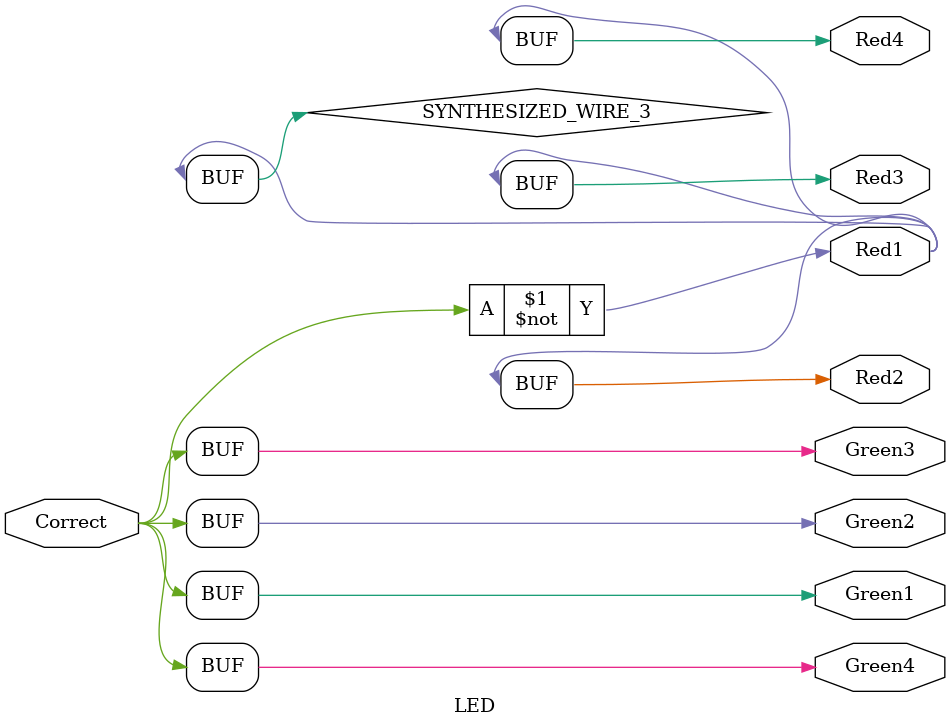
<source format=v>
module LED(
	Correct,
	Green1,
	Green2,
	Green3,
	Green4,
	Red1,
	Red2,
	Red3,
	Red4
);


input wire	Correct;
output wire	Green1;
output wire	Green2;
output wire	Green3;
output wire	Green4;
output wire	Red1;
output wire	Red2;
output wire	Red3;
output wire	Red4;

wire	SYNTHESIZED_WIRE_3;

assign	Green1 = Correct;
assign	Green2 = Correct;
assign	Green3 = Correct;
assign	Green4 = Correct;
assign	Red1 = SYNTHESIZED_WIRE_3;
assign	Red2 = SYNTHESIZED_WIRE_3;
assign	Red3 = SYNTHESIZED_WIRE_3;
assign	Red4 = SYNTHESIZED_WIRE_3;

assign	SYNTHESIZED_WIRE_3 =  ~Correct;


endmodule

</source>
